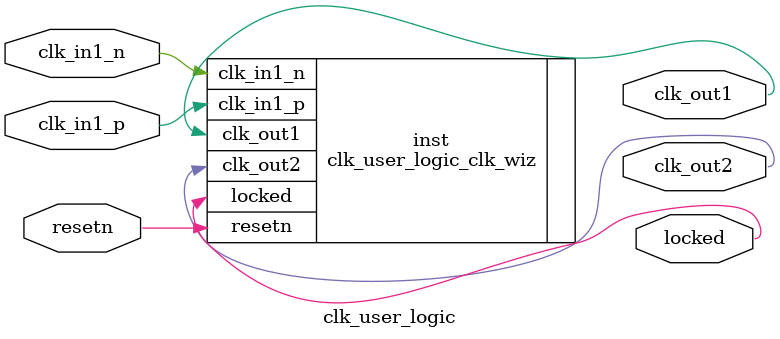
<source format=v>


`timescale 1ps/1ps

(* CORE_GENERATION_INFO = "clk_user_logic,clk_wiz_v6_0_2_0_0,{component_name=clk_user_logic,use_phase_alignment=false,use_min_o_jitter=false,use_max_i_jitter=false,use_dyn_phase_shift=false,use_inclk_switchover=false,use_dyn_reconfig=false,enable_axi=0,feedback_source=FDBK_AUTO,PRIMITIVE=PLL,num_out_clk=2,clkin1_period=3.333,clkin2_period=10.0,use_power_down=false,use_reset=true,use_locked=true,use_inclk_stopped=false,feedback_type=SINGLE,CLOCK_MGR_TYPE=NA,manual_override=false}" *)

module clk_user_logic 
 (
  // Clock out ports
  output        clk_out1,
  output        clk_out2,
  // Status and control signals
  input         resetn,
  output        locked,
 // Clock in ports
  input         clk_in1_p,
  input         clk_in1_n
 );

  clk_user_logic_clk_wiz inst
  (
  // Clock out ports  
  .clk_out1(clk_out1),
  .clk_out2(clk_out2),
  // Status and control signals               
  .resetn(resetn), 
  .locked(locked),
 // Clock in ports
  .clk_in1_p(clk_in1_p),
  .clk_in1_n(clk_in1_n)
  );

endmodule

</source>
